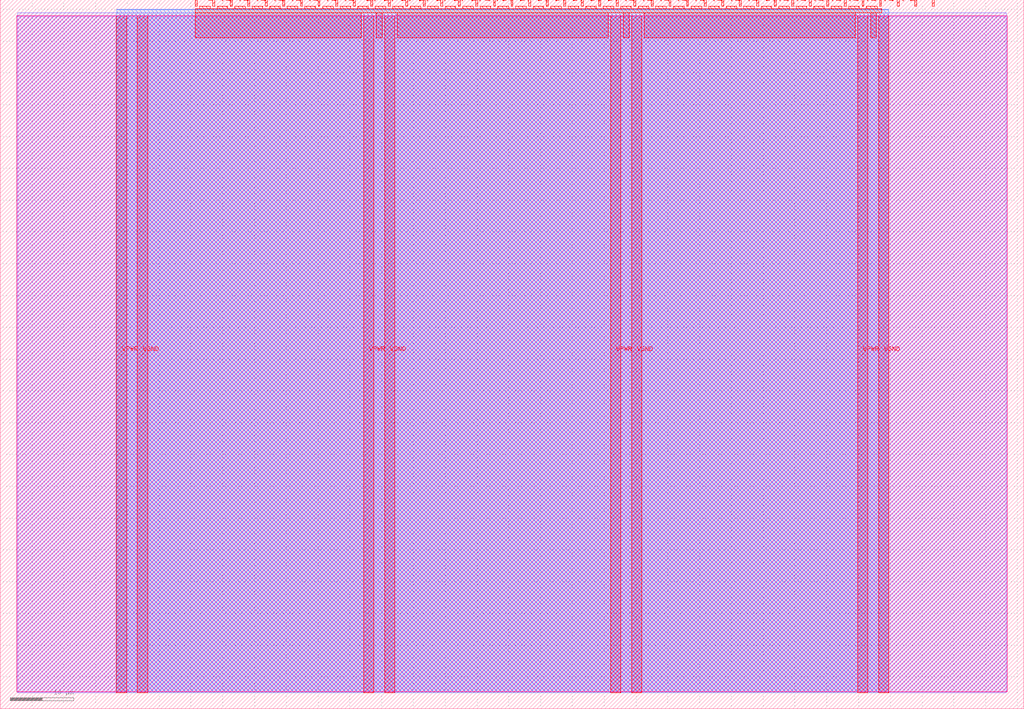
<source format=lef>
VERSION 5.7 ;
  NOWIREEXTENSIONATPIN ON ;
  DIVIDERCHAR "/" ;
  BUSBITCHARS "[]" ;
MACRO tt_um_wokwi_413387065963362305
  CLASS BLOCK ;
  FOREIGN tt_um_wokwi_413387065963362305 ;
  ORIGIN 0.000 0.000 ;
  SIZE 161.000 BY 111.520 ;
  PIN VGND
    DIRECTION INOUT ;
    USE GROUND ;
    PORT
      LAYER met4 ;
        RECT 21.580 2.480 23.180 109.040 ;
    END
    PORT
      LAYER met4 ;
        RECT 60.450 2.480 62.050 109.040 ;
    END
    PORT
      LAYER met4 ;
        RECT 99.320 2.480 100.920 109.040 ;
    END
    PORT
      LAYER met4 ;
        RECT 138.190 2.480 139.790 109.040 ;
    END
  END VGND
  PIN VPWR
    DIRECTION INOUT ;
    USE POWER ;
    PORT
      LAYER met4 ;
        RECT 18.280 2.480 19.880 109.040 ;
    END
    PORT
      LAYER met4 ;
        RECT 57.150 2.480 58.750 109.040 ;
    END
    PORT
      LAYER met4 ;
        RECT 96.020 2.480 97.620 109.040 ;
    END
    PORT
      LAYER met4 ;
        RECT 134.890 2.480 136.490 109.040 ;
    END
  END VPWR
  PIN clk
    DIRECTION INPUT ;
    USE SIGNAL ;
    PORT
      LAYER met4 ;
        RECT 143.830 110.520 144.130 111.520 ;
    END
  END clk
  PIN ena
    DIRECTION INPUT ;
    USE SIGNAL ;
    PORT
      LAYER met4 ;
        RECT 146.590 110.520 146.890 111.520 ;
    END
  END ena
  PIN rst_n
    DIRECTION INPUT ;
    USE SIGNAL ;
    PORT
      LAYER met4 ;
        RECT 141.070 110.520 141.370 111.520 ;
    END
  END rst_n
  PIN ui_in[0]
    DIRECTION INPUT ;
    USE SIGNAL ;
    ANTENNAGATEAREA 0.196500 ;
    PORT
      LAYER met4 ;
        RECT 138.310 110.520 138.610 111.520 ;
    END
  END ui_in[0]
  PIN ui_in[1]
    DIRECTION INPUT ;
    USE SIGNAL ;
    ANTENNAGATEAREA 0.196500 ;
    PORT
      LAYER met4 ;
        RECT 135.550 110.520 135.850 111.520 ;
    END
  END ui_in[1]
  PIN ui_in[2]
    DIRECTION INPUT ;
    USE SIGNAL ;
    ANTENNAGATEAREA 0.196500 ;
    PORT
      LAYER met4 ;
        RECT 132.790 110.520 133.090 111.520 ;
    END
  END ui_in[2]
  PIN ui_in[3]
    DIRECTION INPUT ;
    USE SIGNAL ;
    ANTENNAGATEAREA 0.196500 ;
    PORT
      LAYER met4 ;
        RECT 130.030 110.520 130.330 111.520 ;
    END
  END ui_in[3]
  PIN ui_in[4]
    DIRECTION INPUT ;
    USE SIGNAL ;
    ANTENNAGATEAREA 0.159000 ;
    PORT
      LAYER met4 ;
        RECT 127.270 110.520 127.570 111.520 ;
    END
  END ui_in[4]
  PIN ui_in[5]
    DIRECTION INPUT ;
    USE SIGNAL ;
    ANTENNAGATEAREA 0.159000 ;
    PORT
      LAYER met4 ;
        RECT 124.510 110.520 124.810 111.520 ;
    END
  END ui_in[5]
  PIN ui_in[6]
    DIRECTION INPUT ;
    USE SIGNAL ;
    ANTENNAGATEAREA 0.159000 ;
    PORT
      LAYER met4 ;
        RECT 121.750 110.520 122.050 111.520 ;
    END
  END ui_in[6]
  PIN ui_in[7]
    DIRECTION INPUT ;
    USE SIGNAL ;
    ANTENNAGATEAREA 0.213000 ;
    PORT
      LAYER met4 ;
        RECT 118.990 110.520 119.290 111.520 ;
    END
  END ui_in[7]
  PIN uio_in[0]
    DIRECTION INPUT ;
    USE SIGNAL ;
    PORT
      LAYER met4 ;
        RECT 116.230 110.520 116.530 111.520 ;
    END
  END uio_in[0]
  PIN uio_in[1]
    DIRECTION INPUT ;
    USE SIGNAL ;
    PORT
      LAYER met4 ;
        RECT 113.470 110.520 113.770 111.520 ;
    END
  END uio_in[1]
  PIN uio_in[2]
    DIRECTION INPUT ;
    USE SIGNAL ;
    PORT
      LAYER met4 ;
        RECT 110.710 110.520 111.010 111.520 ;
    END
  END uio_in[2]
  PIN uio_in[3]
    DIRECTION INPUT ;
    USE SIGNAL ;
    PORT
      LAYER met4 ;
        RECT 107.950 110.520 108.250 111.520 ;
    END
  END uio_in[3]
  PIN uio_in[4]
    DIRECTION INPUT ;
    USE SIGNAL ;
    PORT
      LAYER met4 ;
        RECT 105.190 110.520 105.490 111.520 ;
    END
  END uio_in[4]
  PIN uio_in[5]
    DIRECTION INPUT ;
    USE SIGNAL ;
    PORT
      LAYER met4 ;
        RECT 102.430 110.520 102.730 111.520 ;
    END
  END uio_in[5]
  PIN uio_in[6]
    DIRECTION INPUT ;
    USE SIGNAL ;
    PORT
      LAYER met4 ;
        RECT 99.670 110.520 99.970 111.520 ;
    END
  END uio_in[6]
  PIN uio_in[7]
    DIRECTION INPUT ;
    USE SIGNAL ;
    PORT
      LAYER met4 ;
        RECT 96.910 110.520 97.210 111.520 ;
    END
  END uio_in[7]
  PIN uio_oe[0]
    DIRECTION OUTPUT ;
    USE SIGNAL ;
    PORT
      LAYER met4 ;
        RECT 49.990 110.520 50.290 111.520 ;
    END
  END uio_oe[0]
  PIN uio_oe[1]
    DIRECTION OUTPUT ;
    USE SIGNAL ;
    PORT
      LAYER met4 ;
        RECT 47.230 110.520 47.530 111.520 ;
    END
  END uio_oe[1]
  PIN uio_oe[2]
    DIRECTION OUTPUT ;
    USE SIGNAL ;
    PORT
      LAYER met4 ;
        RECT 44.470 110.520 44.770 111.520 ;
    END
  END uio_oe[2]
  PIN uio_oe[3]
    DIRECTION OUTPUT ;
    USE SIGNAL ;
    PORT
      LAYER met4 ;
        RECT 41.710 110.520 42.010 111.520 ;
    END
  END uio_oe[3]
  PIN uio_oe[4]
    DIRECTION OUTPUT ;
    USE SIGNAL ;
    PORT
      LAYER met4 ;
        RECT 38.950 110.520 39.250 111.520 ;
    END
  END uio_oe[4]
  PIN uio_oe[5]
    DIRECTION OUTPUT ;
    USE SIGNAL ;
    PORT
      LAYER met4 ;
        RECT 36.190 110.520 36.490 111.520 ;
    END
  END uio_oe[5]
  PIN uio_oe[6]
    DIRECTION OUTPUT ;
    USE SIGNAL ;
    PORT
      LAYER met4 ;
        RECT 33.430 110.520 33.730 111.520 ;
    END
  END uio_oe[6]
  PIN uio_oe[7]
    DIRECTION OUTPUT ;
    USE SIGNAL ;
    PORT
      LAYER met4 ;
        RECT 30.670 110.520 30.970 111.520 ;
    END
  END uio_oe[7]
  PIN uio_out[0]
    DIRECTION OUTPUT ;
    USE SIGNAL ;
    PORT
      LAYER met4 ;
        RECT 72.070 110.520 72.370 111.520 ;
    END
  END uio_out[0]
  PIN uio_out[1]
    DIRECTION OUTPUT ;
    USE SIGNAL ;
    PORT
      LAYER met4 ;
        RECT 69.310 110.520 69.610 111.520 ;
    END
  END uio_out[1]
  PIN uio_out[2]
    DIRECTION OUTPUT ;
    USE SIGNAL ;
    PORT
      LAYER met4 ;
        RECT 66.550 110.520 66.850 111.520 ;
    END
  END uio_out[2]
  PIN uio_out[3]
    DIRECTION OUTPUT ;
    USE SIGNAL ;
    PORT
      LAYER met4 ;
        RECT 63.790 110.520 64.090 111.520 ;
    END
  END uio_out[3]
  PIN uio_out[4]
    DIRECTION OUTPUT ;
    USE SIGNAL ;
    PORT
      LAYER met4 ;
        RECT 61.030 110.520 61.330 111.520 ;
    END
  END uio_out[4]
  PIN uio_out[5]
    DIRECTION OUTPUT ;
    USE SIGNAL ;
    PORT
      LAYER met4 ;
        RECT 58.270 110.520 58.570 111.520 ;
    END
  END uio_out[5]
  PIN uio_out[6]
    DIRECTION OUTPUT ;
    USE SIGNAL ;
    PORT
      LAYER met4 ;
        RECT 55.510 110.520 55.810 111.520 ;
    END
  END uio_out[6]
  PIN uio_out[7]
    DIRECTION OUTPUT ;
    USE SIGNAL ;
    PORT
      LAYER met4 ;
        RECT 52.750 110.520 53.050 111.520 ;
    END
  END uio_out[7]
  PIN uo_out[0]
    DIRECTION OUTPUT ;
    USE SIGNAL ;
    ANTENNADIFFAREA 0.795200 ;
    PORT
      LAYER met4 ;
        RECT 94.150 110.520 94.450 111.520 ;
    END
  END uo_out[0]
  PIN uo_out[1]
    DIRECTION OUTPUT ;
    USE SIGNAL ;
    ANTENNADIFFAREA 0.445500 ;
    PORT
      LAYER met4 ;
        RECT 91.390 110.520 91.690 111.520 ;
    END
  END uo_out[1]
  PIN uo_out[2]
    DIRECTION OUTPUT ;
    USE SIGNAL ;
    ANTENNADIFFAREA 0.445500 ;
    PORT
      LAYER met4 ;
        RECT 88.630 110.520 88.930 111.520 ;
    END
  END uo_out[2]
  PIN uo_out[3]
    DIRECTION OUTPUT ;
    USE SIGNAL ;
    ANTENNADIFFAREA 0.445500 ;
    PORT
      LAYER met4 ;
        RECT 85.870 110.520 86.170 111.520 ;
    END
  END uo_out[3]
  PIN uo_out[4]
    DIRECTION OUTPUT ;
    USE SIGNAL ;
    ANTENNADIFFAREA 0.445500 ;
    PORT
      LAYER met4 ;
        RECT 83.110 110.520 83.410 111.520 ;
    END
  END uo_out[4]
  PIN uo_out[5]
    DIRECTION OUTPUT ;
    USE SIGNAL ;
    ANTENNADIFFAREA 0.445500 ;
    PORT
      LAYER met4 ;
        RECT 80.350 110.520 80.650 111.520 ;
    END
  END uo_out[5]
  PIN uo_out[6]
    DIRECTION OUTPUT ;
    USE SIGNAL ;
    ANTENNADIFFAREA 0.445500 ;
    PORT
      LAYER met4 ;
        RECT 77.590 110.520 77.890 111.520 ;
    END
  END uo_out[6]
  PIN uo_out[7]
    DIRECTION OUTPUT ;
    USE SIGNAL ;
    ANTENNADIFFAREA 0.795200 ;
    PORT
      LAYER met4 ;
        RECT 74.830 110.520 75.130 111.520 ;
    END
  END uo_out[7]
  OBS
      LAYER nwell ;
        RECT 2.570 2.635 158.430 108.990 ;
      LAYER li1 ;
        RECT 2.760 2.635 158.240 108.885 ;
      LAYER met1 ;
        RECT 2.760 2.480 158.240 109.440 ;
      LAYER met2 ;
        RECT 18.310 2.535 139.760 110.005 ;
      LAYER met3 ;
        RECT 18.290 2.555 139.780 109.985 ;
      LAYER met4 ;
        RECT 31.370 110.120 33.030 110.520 ;
        RECT 34.130 110.120 35.790 110.520 ;
        RECT 36.890 110.120 38.550 110.520 ;
        RECT 39.650 110.120 41.310 110.520 ;
        RECT 42.410 110.120 44.070 110.520 ;
        RECT 45.170 110.120 46.830 110.520 ;
        RECT 47.930 110.120 49.590 110.520 ;
        RECT 50.690 110.120 52.350 110.520 ;
        RECT 53.450 110.120 55.110 110.520 ;
        RECT 56.210 110.120 57.870 110.520 ;
        RECT 58.970 110.120 60.630 110.520 ;
        RECT 61.730 110.120 63.390 110.520 ;
        RECT 64.490 110.120 66.150 110.520 ;
        RECT 67.250 110.120 68.910 110.520 ;
        RECT 70.010 110.120 71.670 110.520 ;
        RECT 72.770 110.120 74.430 110.520 ;
        RECT 75.530 110.120 77.190 110.520 ;
        RECT 78.290 110.120 79.950 110.520 ;
        RECT 81.050 110.120 82.710 110.520 ;
        RECT 83.810 110.120 85.470 110.520 ;
        RECT 86.570 110.120 88.230 110.520 ;
        RECT 89.330 110.120 90.990 110.520 ;
        RECT 92.090 110.120 93.750 110.520 ;
        RECT 94.850 110.120 96.510 110.520 ;
        RECT 97.610 110.120 99.270 110.520 ;
        RECT 100.370 110.120 102.030 110.520 ;
        RECT 103.130 110.120 104.790 110.520 ;
        RECT 105.890 110.120 107.550 110.520 ;
        RECT 108.650 110.120 110.310 110.520 ;
        RECT 111.410 110.120 113.070 110.520 ;
        RECT 114.170 110.120 115.830 110.520 ;
        RECT 116.930 110.120 118.590 110.520 ;
        RECT 119.690 110.120 121.350 110.520 ;
        RECT 122.450 110.120 124.110 110.520 ;
        RECT 125.210 110.120 126.870 110.520 ;
        RECT 127.970 110.120 129.630 110.520 ;
        RECT 130.730 110.120 132.390 110.520 ;
        RECT 133.490 110.120 135.150 110.520 ;
        RECT 136.250 110.120 137.910 110.520 ;
        RECT 30.655 109.440 138.625 110.120 ;
        RECT 30.655 105.575 56.750 109.440 ;
        RECT 59.150 105.575 60.050 109.440 ;
        RECT 62.450 105.575 95.620 109.440 ;
        RECT 98.020 105.575 98.920 109.440 ;
        RECT 101.320 105.575 134.490 109.440 ;
        RECT 136.890 105.575 137.790 109.440 ;
  END
END tt_um_wokwi_413387065963362305
END LIBRARY


</source>
